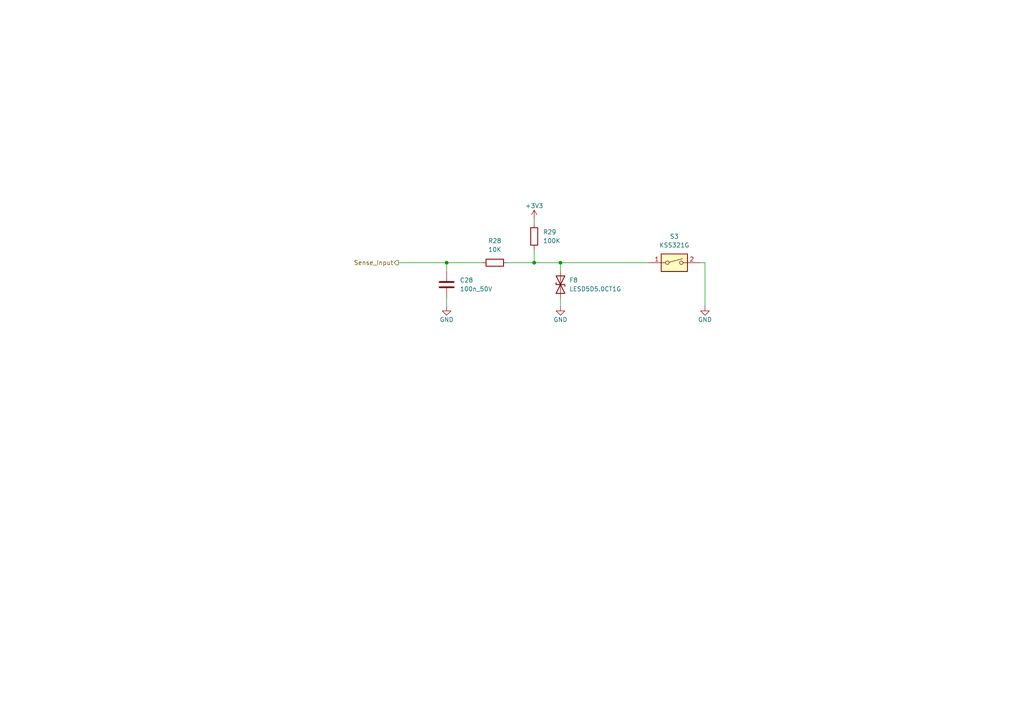
<source format=kicad_sch>
(kicad_sch (version 20231120) (generator "eeschema") (generator_version "8.0")
  (paper "A4")
  (lib_symbols
    (symbol "_C_0402:100n_50V" (pin_numbers hide) (pin_names (offset 0.254))
      (property "Reference" "C" (at 0.635 2.54 0))
      (property "Value" "100n_50V" (at 0.635 -2.54 0))
      (symbol "100n_50V_0_1"
        (polyline (pts (xy -2.032 -0.762) (xy 2.032 -0.762)) (stroke (width 0.508)))
        (polyline (pts (xy -2.032 0.762) (xy 2.032 0.762)) (stroke (width 0.508)))
      )
      (symbol "100n_50V_1_1"
        (pin passive line (at 0 3.81 270) (length 2.794) (name "~") (number "1"))
        (pin passive line (at 0 -3.81 90) (length 2.794) (name "~") (number "2"))
      )
    )
    (symbol "_Diode_TVS:LESD5D5.0CT1G" (pin_numbers hide) (pin_names (offset 1.016) hide)
      (property "Reference" "F" (at 0 2.54 0))
      (property "Value" "LESD5D5.0CT1G" (at 0 -2.54 0))
      (symbol "LESD5D5.0CT1G_0_1"
        (polyline (pts (xy 1.27 0) (xy -1.27 0)))
        (polyline (pts (xy 0.508 1.27) (xy 0 1.27) (xy 0 -1.27) (xy -0.508 -1.27)) (stroke (width 0.254)))
        (polyline (pts (xy -2.54 1.27) (xy -2.54 -1.27) (xy 2.54 1.27) (xy 2.54 -1.27) (xy -2.54 1.27)) (stroke (width 0.254)))
      )
      (symbol "LESD5D5.0CT1G_1_1"
        (pin passive line (at -3.81 0 0) (length 2.54) (name "A1") (number "1"))
        (pin passive line (at 3.81 0 180) (length 2.54) (name "A2") (number "2"))
      )
    )
    (symbol "_R_0402:100K" (pin_numbers hide) (pin_names (offset 0))
      (property "Reference" "R" (at 2.032 0 90))
      (property "Value" "100K" (at 0 0 90))
      (symbol "100K_0_1"
        (rectangle (start -1.016 -2.54) (end 1.016 2.54) (stroke (width 0.254)))
      )
      (symbol "100K_1_1"
        (pin passive line (at 0 3.81 270) (length 1.27) (name "~") (number "1"))
        (pin passive line (at 0 -3.81 90) (length 1.27) (name "~") (number "2"))
      )
    )
    (symbol "_R_0402:10K" (pin_numbers hide) (pin_names (offset 0))
      (property "Reference" "R" (at 2.032 0 90))
      (property "Value" "10K" (at 0 0 90))
      (symbol "10K_0_1"
        (rectangle (start -1.016 -2.54) (end 1.016 2.54) (stroke (width 0.254)))
      )
      (symbol "10K_1_1"
        (pin passive line (at 0 3.81 270) (length 1.27) (name "~") (number "1"))
        (pin passive line (at 0 -3.81 90) (length 1.27) (name "~") (number "2"))
      )
    )
    (symbol "_Switch:KSS321G" (pin_names (offset 0) hide)
      (property "Reference" "S" (at 0 3.81 0))
      (property "Value" "KSS321G" (at 0 -3.81 0))
      (symbol "KSS321G_0_0"
        (circle (center -2.032 0) (radius 0.508))
        (polyline (pts (xy -1.524 0.127) (xy 2.3622 1.1684)))
        (circle (center 2.032 0) (radius 0.508))
      )
      (symbol "KSS321G_0_1"
        (rectangle (start -3.81 2.54) (end 3.81 -2.54) (stroke (width 0.254)) (fill (type background)))
      )
      (symbol "KSS321G_1_1"
        (pin passive line (at -7.62 0 0) (length 5.08) (name "~") (number "1"))
        (pin passive line (at 7.62 0 180) (length 5.08) (name "~") (number "2"))
      )
    )
    (symbol "power:+3.3V" (power) (pin_names (offset 0))
      (property "Value" "+3.3V" (at 0 3.556 0))
      (symbol "+3.3V_0_1"
        (polyline (pts (xy -0.762 1.27) (xy 0 2.54)))
        (polyline (pts (xy 0 0) (xy 0 2.54)))
        (polyline (pts (xy 0 2.54) (xy 0.762 1.27)))
      )
      (symbol "+3.3V_1_1"
        (pin power_in line (at 0 0 90) (length 0) hide (name "+3V3") (number "1"))
      )
    )
    (symbol "power:GND" (power) (pin_names (offset 0))
      (property "Value" "GND" (at 0 -3.81 0))
      (symbol "GND_0_1"
        (polyline (pts (xy 0 0) (xy 0 -1.27) (xy 1.27 -1.27) (xy 0 -2.54) (xy -1.27 -1.27) (xy 0 -1.27)))
      )
      (symbol "GND_1_1"
        (pin power_in line (at 0 0 270) (length 0) hide (name "GND") (number "1"))
      )
    )
  )
  (junction (at 129.54 76.2))
  (junction (at 154.94 76.2))
  (junction (at 162.56 76.2))
  (wire (pts (xy 129.54 88.9) (xy 129.54 86.36)))
  (wire (pts (xy 129.54 76.2) (xy 129.54 78.74)))
  (wire (pts (xy 162.56 76.2) (xy 162.56 78.74)))
  (wire (pts (xy 162.56 86.36) (xy 162.56 88.9)))
  (wire (pts (xy 203.2 76.2) (xy 204.47 76.2)))
  (wire (pts (xy 204.47 76.2) (xy 204.47 88.9)))
  (wire (pts (xy 162.56 76.2) (xy 187.96 76.2)))
  (wire (pts (xy 154.94 63.5) (xy 154.94 64.77)))
  (wire (pts (xy 154.94 72.39) (xy 154.94 76.2)))
  (wire (pts (xy 147.32 76.2) (xy 154.94 76.2)))
  (wire (pts (xy 154.94 76.2) (xy 162.56 76.2)))
  (wire (pts (xy 115.57 76.2) (xy 129.54 76.2)))
  (wire (pts (xy 129.54 76.2) (xy 139.7 76.2)))
  (hierarchical_label "Sense_Input" (shape output) (at 115.57 76.2 180))
  (symbol (lib_id "power:GND") (at 129.54 88.9 0) (unit 1)
    (property "Reference" "#PWR078" (effects (hide yes)))
    (property "Value" "GND" (at 129.54 92.71 0))
    (instances (project "Partial_Drawer_Controller_v1" (path "" (reference "#PWR078") (unit 1)) (path "" (reference "#PWR0132") (unit 1)) (path "" (reference "#PWR0135") (unit 1)) (path "" (reference "#PWR0138") (unit 1)) (path "" (reference "#PWR0141") (unit 1)) (path "" (reference "#PWR0144") (unit 1)) (path "" (reference "#PWR0147") (unit 1)) (path "" (reference "#PWR0150") (unit 1))))
  )
  (symbol (lib_id "power:+3.3V") (at 154.94 63.5 0) (unit 1)
    (property "Reference" "#PWR079" (effects (hide yes)))
    (property "Value" "+3V3" (at 154.94 59.69 0))
    (instances (project "Partial_Drawer_Controller_v1" (path "" (reference "#PWR079") (unit 1)) (path "" (reference "#PWR0133") (unit 1)) (path "" (reference "#PWR0136") (unit 1)) (path "" (reference "#PWR0139") (unit 1)) (path "" (reference "#PWR0142") (unit 1)) (path "" (reference "#PWR0145") (unit 1)) (path "" (reference "#PWR0148") (unit 1)) (path "" (reference "#PWR0151") (unit 1))))
  )
  (symbol (lib_id "_R_0402:10K") (at 143.51 76.2 90) (unit 1)
    (property "Reference" "R28" (at 143.51 69.85 90))
    (property "Value" "10K" (at 143.51 72.39 90))
    (property "Footprint" "Resistor_SMD:R_0402_1005Metric" (effects (hide yes)))
    (property "Description" "Resistor 10K 1% 62.5mW 50V 0402" (effects (hide yes)))
    (property "MF" "UNI-ROYAL" (effects (hide yes)))
    (property "MPN" "0402WGF1002TCE" (effects (hide yes)))
    (property "OC_LCSC" "C25744" (effects (hide yes)))
    (instances (project "Partial_Drawer_Controller_v1" (path "" (reference "R28") (unit 1)) (path "" (reference "R78") (unit 1)) (path "" (reference "R80") (unit 1)) (path "" (reference "R82") (unit 1)) (path "" (reference "R84") (unit 1)) (path "" (reference "R86") (unit 1)) (path "" (reference "R88") (unit 1)) (path "" (reference "R90") (unit 1))))
  )
  (symbol (lib_id "power:GND") (at 162.56 88.9 0) (unit 1)
    (property "Reference" "#PWR080" (effects (hide yes)))
    (property "Value" "GND" (at 162.56 92.71 0))
    (instances (project "Partial_Drawer_Controller_v1" (path "" (reference "#PWR080") (unit 1)) (path "" (reference "#PWR0134") (unit 1)) (path "" (reference "#PWR0137") (unit 1)) (path "" (reference "#PWR0140") (unit 1)) (path "" (reference "#PWR0143") (unit 1)) (path "" (reference "#PWR0146") (unit 1)) (path "" (reference "#PWR0149") (unit 1)) (path "" (reference "#PWR0152") (unit 1))))
  )
  (symbol (lib_id "_Diode_TVS:LESD5D5.0CT1G") (at 162.56 82.55 90) (unit 1)
    (property "Reference" "F8" (at 165.1 81.2799 90) (effects (justify right)))
    (property "Value" "LESD5D5.0CT1G" (at 165.1 83.8199 90) (effects (justify right)))
    (property "Footprint" "Diode_SMD:D_SOD-523" (effects (hide yes)))
    (property "Datasheet" "https://datasheet.lcsc.com/lcsc/1912111437_LRC-LESD5D5-0CT1G_C383211.pdf" (effects (hide yes)))
    (property "Description" "5V 150W TVS Diode Bi-Directional" (effects (hide yes)))
    (property "MF" "LRC" (effects (hide yes)))
    (property "MPN" "LESD5D5.0CT1G" (effects (hide yes)))
    (property "OC_LCSC" "C383211" (effects (hide yes)))
    (instances (project "Partial_Drawer_Controller_v1" (path "" (reference "F8") (unit 1)) (path "" (reference "F9") (unit 1)) (path "" (reference "F10") (unit 1)) (path "" (reference "F11") (unit 1)) (path "" (reference "F12") (unit 1)) (path "" (reference "F13") (unit 1)) (path "" (reference "F14") (unit 1)) (path "" (reference "F15") (unit 1))))
  )
  (symbol (lib_id "_C_0402:100n_50V") (at 129.54 82.55 0) (unit 1)
    (property "Reference" "C28" (at 133.35 81.2799 0) (effects (justify left)))
    (property "Value" "100n_50V" (at 133.35 83.8199 0) (effects (justify left)))
    (property "Footprint" "Capacitor_SMD:C_0402_1005Metric" (effects (hide yes)))
    (property "Datasheet" "https://product.samsungsem.com/mlcc/CL05B104KB54PN.do" (effects (hide yes)))
    (property "Description" "Capacitor 100nF 50V X7R 10% 0402" (effects (hide yes)))
    (property "MF" "Samsung Electro-Mechanics" (effects (hide yes)))
    (property "MPN" "CL05B104KB54PNC" (effects (hide yes)))
    (property "OC_LCSC" "C307331" (effects (hide yes)))
    (instances (project "Partial_Drawer_Controller_v1" (path "" (reference "C28") (unit 1)) (path "" (reference "C30") (unit 1)) (path "" (reference "C31") (unit 1)) (path "" (reference "C32") (unit 1)) (path "" (reference "C33") (unit 1)) (path "" (reference "C34") (unit 1)) (path "" (reference "C35") (unit 1)) (path "" (reference "C36") (unit 1))))
  )
  (symbol (lib_id "_R_0402:100K") (at 154.94 68.58 0) (unit 1)
    (property "Reference" "R29" (at 157.48 67.3099 0) (effects (justify left)))
    (property "Value" "100K" (at 157.48 69.8499 0) (effects (justify left)))
    (property "Footprint" "Resistor_SMD:R_0402_1005Metric" (effects (hide yes)))
    (property "Description" "Resistor 100K 1% 62.5mW 50V 0402" (effects (hide yes)))
    (property "MF" "UNI-ROYAL" (effects (hide yes)))
    (property "MPN" "0402WGF1003TCE" (effects (hide yes)))
    (property "OC_LCSC" "C25741" (effects (hide yes)))
    (instances (project "Partial_Drawer_Controller_v1" (path "" (reference "R29") (unit 1)) (path "" (reference "R79") (unit 1)) (path "" (reference "R81") (unit 1)) (path "" (reference "R83") (unit 1)) (path "" (reference "R85") (unit 1)) (path "" (reference "R87") (unit 1)) (path "" (reference "R89") (unit 1)) (path "" (reference "R91") (unit 1))))
  )
  (symbol (lib_id "power:GND") (at 204.47 88.9 0) (unit 1)
    (property "Reference" "#PWR0153" (effects (hide yes)))
    (property "Value" "GND" (at 204.47 92.71 0))
    (instances (project "Partial_Drawer_Controller_v1" (path "" (reference "#PWR0153") (unit 1)) (path "" (reference "#PWR0154") (unit 1)) (path "" (reference "#PWR0155") (unit 1)) (path "" (reference "#PWR0156") (unit 1)) (path "" (reference "#PWR0157") (unit 1)) (path "" (reference "#PWR0158") (unit 1)) (path "" (reference "#PWR0159") (unit 1)) (path "" (reference "#PWR0160") (unit 1))))
  )
  (symbol (lib_id "_Switch:KSS321G") (at 195.58 76.2 0) (unit 1)
    (property "Reference" "S3" (at 195.58 68.58 0))
    (property "Value" "KSS321G" (at 195.58 71.12 0))
    (property "Footprint" "Robast:Switch_KSS_Side_Actuated" (effects (hide yes)))
    (property "Datasheet" "https://www.mouser.de/datasheet/2/240/kss-3050889.pdf" (effects (hide yes)))
    (property "Description" "Dip Tactile Switch Side Actuated 32V 50mA 2N Force 0.3mm Travel 100,000 Operations" (effects (hide yes)))
    (property "MF" "C&K" (effects (hide yes)))
    (property "MPN" "KSS321GLFS" (effects (hide yes)))
    (property "OC_LCSC" "C221796" (effects (hide yes)))
    (instances (project "Partial_Drawer_Controller_v1" (path "" (reference "S3") (unit 1)) (path "" (reference "S4") (unit 1)) (path "" (reference "S5") (unit 1)) (path "" (reference "S6") (unit 1)) (path "" (reference "S7") (unit 1)) (path "" (reference "S8") (unit 1)) (path "" (reference "S9") (unit 1)) (path "" (reference "S10") (unit 1))))
  )
)
</source>
